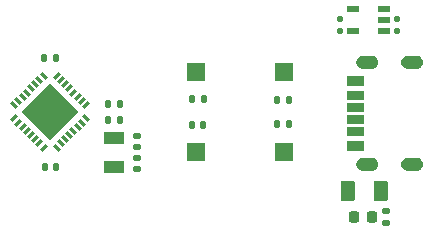
<source format=gtp>
%TF.GenerationSoftware,KiCad,Pcbnew,(6.0.10)*%
%TF.CreationDate,2023-01-11T19:54:21+08:00*%
%TF.ProjectId,UINIO-MCU-STM32L051K8,55494e49-4f2d-44d4-9355-2d53544d3332,Version 3.0.0*%
%TF.SameCoordinates,Original*%
%TF.FileFunction,Paste,Top*%
%TF.FilePolarity,Positive*%
%FSLAX46Y46*%
G04 Gerber Fmt 4.6, Leading zero omitted, Abs format (unit mm)*
G04 Created by KiCad (PCBNEW (6.0.10)) date 2023-01-11 19:54:21*
%MOMM*%
%LPD*%
G01*
G04 APERTURE LIST*
G04 Aperture macros list*
%AMRoundRect*
0 Rectangle with rounded corners*
0 $1 Rounding radius*
0 $2 $3 $4 $5 $6 $7 $8 $9 X,Y pos of 4 corners*
0 Add a 4 corners polygon primitive as box body*
4,1,4,$2,$3,$4,$5,$6,$7,$8,$9,$2,$3,0*
0 Add four circle primitives for the rounded corners*
1,1,$1+$1,$2,$3*
1,1,$1+$1,$4,$5*
1,1,$1+$1,$6,$7*
1,1,$1+$1,$8,$9*
0 Add four rect primitives between the rounded corners*
20,1,$1+$1,$2,$3,$4,$5,0*
20,1,$1+$1,$4,$5,$6,$7,0*
20,1,$1+$1,$6,$7,$8,$9,0*
20,1,$1+$1,$8,$9,$2,$3,0*%
%AMRotRect*
0 Rectangle, with rotation*
0 The origin of the aperture is its center*
0 $1 length*
0 $2 width*
0 $3 Rotation angle, in degrees counterclockwise*
0 Add horizontal line*
21,1,$1,$2,0,0,$3*%
G04 Aperture macros list end*
%ADD10C,0.120000*%
%ADD11RoundRect,0.127000X-0.127000X-0.127000X0.127000X-0.127000X0.127000X0.127000X-0.127000X0.127000X0*%
%ADD12RoundRect,0.135000X0.135000X0.185000X-0.135000X0.185000X-0.135000X-0.185000X0.135000X-0.185000X0*%
%ADD13RoundRect,0.140000X0.140000X0.170000X-0.140000X0.170000X-0.140000X-0.170000X0.140000X-0.170000X0*%
%ADD14RoundRect,0.250000X0.375000X0.625000X-0.375000X0.625000X-0.375000X-0.625000X0.375000X-0.625000X0*%
%ADD15RoundRect,0.140000X-0.140000X-0.170000X0.140000X-0.170000X0.140000X0.170000X-0.140000X0.170000X0*%
%ADD16RotRect,0.600000X0.300000X135.000000*%
%ADD17RotRect,0.600000X0.300000X225.000000*%
%ADD18RotRect,0.600000X0.300000X315.000000*%
%ADD19RotRect,0.600000X0.300000X45.000000*%
%ADD20RotRect,3.450000X3.450000X45.000000*%
%ADD21RoundRect,0.135000X0.185000X-0.135000X0.185000X0.135000X-0.185000X0.135000X-0.185000X-0.135000X0*%
%ADD22R,1.400000X0.700000*%
%ADD23R,1.400000X0.800000*%
%ADD24R,1.500000X1.500000*%
%ADD25RoundRect,0.218750X-0.218750X-0.256250X0.218750X-0.256250X0.218750X0.256250X-0.218750X0.256250X0*%
%ADD26RoundRect,0.140000X-0.170000X0.140000X-0.170000X-0.140000X0.170000X-0.140000X0.170000X0.140000X0*%
%ADD27RoundRect,0.140000X0.170000X-0.140000X0.170000X0.140000X-0.170000X0.140000X-0.170000X-0.140000X0*%
%ADD28R,1.800000X1.000000*%
%ADD29R,1.000000X0.600000*%
G04 APERTURE END LIST*
%TO.C,USB1*%
G36*
X174858000Y-103590000D02*
G01*
X174951000Y-103618000D01*
X175038000Y-103664000D01*
X175114000Y-103726000D01*
X175176000Y-103802000D01*
X175222000Y-103889000D01*
X175250000Y-103982000D01*
X175260000Y-104080000D01*
X175250000Y-104178000D01*
X175222000Y-104271000D01*
X175176000Y-104358000D01*
X175114000Y-104434000D01*
X175038000Y-104496000D01*
X174951000Y-104542000D01*
X174858000Y-104570000D01*
X174760000Y-104580000D01*
X173960000Y-104580000D01*
X173862000Y-104570000D01*
X173769000Y-104542000D01*
X173682000Y-104496000D01*
X173606000Y-104434000D01*
X173544000Y-104358000D01*
X173498000Y-104271000D01*
X173470000Y-104178000D01*
X173460000Y-104080000D01*
X173470000Y-103982000D01*
X173498000Y-103889000D01*
X173544000Y-103802000D01*
X173606000Y-103726000D01*
X173682000Y-103664000D01*
X173769000Y-103618000D01*
X173862000Y-103590000D01*
X173960000Y-103580000D01*
X174760000Y-103580000D01*
X174858000Y-103590000D01*
G37*
D10*
X174858000Y-103590000D02*
X174951000Y-103618000D01*
X175038000Y-103664000D01*
X175114000Y-103726000D01*
X175176000Y-103802000D01*
X175222000Y-103889000D01*
X175250000Y-103982000D01*
X175260000Y-104080000D01*
X175250000Y-104178000D01*
X175222000Y-104271000D01*
X175176000Y-104358000D01*
X175114000Y-104434000D01*
X175038000Y-104496000D01*
X174951000Y-104542000D01*
X174858000Y-104570000D01*
X174760000Y-104580000D01*
X173960000Y-104580000D01*
X173862000Y-104570000D01*
X173769000Y-104542000D01*
X173682000Y-104496000D01*
X173606000Y-104434000D01*
X173544000Y-104358000D01*
X173498000Y-104271000D01*
X173470000Y-104178000D01*
X173460000Y-104080000D01*
X173470000Y-103982000D01*
X173498000Y-103889000D01*
X173544000Y-103802000D01*
X173606000Y-103726000D01*
X173682000Y-103664000D01*
X173769000Y-103618000D01*
X173862000Y-103590000D01*
X173960000Y-103580000D01*
X174760000Y-103580000D01*
X174858000Y-103590000D01*
G36*
X170260000Y-97410000D02*
G01*
X168860000Y-97410000D01*
X168860000Y-96610000D01*
X170260000Y-96610000D01*
X170260000Y-97410000D01*
G37*
X170260000Y-97410000D02*
X168860000Y-97410000D01*
X168860000Y-96610000D01*
X170260000Y-96610000D01*
X170260000Y-97410000D01*
G36*
X171057000Y-103590000D02*
G01*
X171151000Y-103618000D01*
X171238000Y-103664000D01*
X171313000Y-103726000D01*
X171376000Y-103802000D01*
X171422000Y-103889000D01*
X171450000Y-103982000D01*
X171460000Y-104080000D01*
X171450000Y-104178000D01*
X171422000Y-104271000D01*
X171376000Y-104358000D01*
X171313000Y-104434000D01*
X171238000Y-104496000D01*
X171151000Y-104542000D01*
X171057000Y-104570000D01*
X170960000Y-104580000D01*
X170160000Y-104580000D01*
X170062000Y-104570000D01*
X169969000Y-104542000D01*
X169882000Y-104496000D01*
X169806000Y-104434000D01*
X169744000Y-104358000D01*
X169698000Y-104271000D01*
X169669000Y-104178000D01*
X169660000Y-104080000D01*
X169669000Y-103982000D01*
X169698000Y-103889000D01*
X169744000Y-103802000D01*
X169806000Y-103726000D01*
X169882000Y-103664000D01*
X169969000Y-103618000D01*
X170062000Y-103590000D01*
X170160000Y-103580000D01*
X170960000Y-103580000D01*
X171057000Y-103590000D01*
G37*
X171057000Y-103590000D02*
X171151000Y-103618000D01*
X171238000Y-103664000D01*
X171313000Y-103726000D01*
X171376000Y-103802000D01*
X171422000Y-103889000D01*
X171450000Y-103982000D01*
X171460000Y-104080000D01*
X171450000Y-104178000D01*
X171422000Y-104271000D01*
X171376000Y-104358000D01*
X171313000Y-104434000D01*
X171238000Y-104496000D01*
X171151000Y-104542000D01*
X171057000Y-104570000D01*
X170960000Y-104580000D01*
X170160000Y-104580000D01*
X170062000Y-104570000D01*
X169969000Y-104542000D01*
X169882000Y-104496000D01*
X169806000Y-104434000D01*
X169744000Y-104358000D01*
X169698000Y-104271000D01*
X169669000Y-104178000D01*
X169660000Y-104080000D01*
X169669000Y-103982000D01*
X169698000Y-103889000D01*
X169744000Y-103802000D01*
X169806000Y-103726000D01*
X169882000Y-103664000D01*
X169969000Y-103618000D01*
X170062000Y-103590000D01*
X170160000Y-103580000D01*
X170960000Y-103580000D01*
X171057000Y-103590000D01*
G36*
X171057000Y-94950000D02*
G01*
X171151000Y-94978000D01*
X171238000Y-95024000D01*
X171313000Y-95086000D01*
X171376000Y-95162000D01*
X171422000Y-95249000D01*
X171450000Y-95342000D01*
X171460000Y-95440000D01*
X171450000Y-95537000D01*
X171422000Y-95631000D01*
X171376000Y-95718000D01*
X171313000Y-95793000D01*
X171238000Y-95856000D01*
X171151000Y-95902000D01*
X171057000Y-95930000D01*
X170960000Y-95940000D01*
X170160000Y-95940000D01*
X170062000Y-95930000D01*
X169969000Y-95902000D01*
X169882000Y-95856000D01*
X169806000Y-95793000D01*
X169744000Y-95718000D01*
X169698000Y-95631000D01*
X169669000Y-95537000D01*
X169660000Y-95440000D01*
X169669000Y-95342000D01*
X169698000Y-95249000D01*
X169744000Y-95162000D01*
X169806000Y-95086000D01*
X169882000Y-95024000D01*
X169969000Y-94978000D01*
X170062000Y-94950000D01*
X170160000Y-94940000D01*
X170960000Y-94940000D01*
X171057000Y-94950000D01*
G37*
X171057000Y-94950000D02*
X171151000Y-94978000D01*
X171238000Y-95024000D01*
X171313000Y-95086000D01*
X171376000Y-95162000D01*
X171422000Y-95249000D01*
X171450000Y-95342000D01*
X171460000Y-95440000D01*
X171450000Y-95537000D01*
X171422000Y-95631000D01*
X171376000Y-95718000D01*
X171313000Y-95793000D01*
X171238000Y-95856000D01*
X171151000Y-95902000D01*
X171057000Y-95930000D01*
X170960000Y-95940000D01*
X170160000Y-95940000D01*
X170062000Y-95930000D01*
X169969000Y-95902000D01*
X169882000Y-95856000D01*
X169806000Y-95793000D01*
X169744000Y-95718000D01*
X169698000Y-95631000D01*
X169669000Y-95537000D01*
X169660000Y-95440000D01*
X169669000Y-95342000D01*
X169698000Y-95249000D01*
X169744000Y-95162000D01*
X169806000Y-95086000D01*
X169882000Y-95024000D01*
X169969000Y-94978000D01*
X170062000Y-94950000D01*
X170160000Y-94940000D01*
X170960000Y-94940000D01*
X171057000Y-94950000D01*
G36*
X170260000Y-100610000D02*
G01*
X168860000Y-100610000D01*
X168860000Y-99910000D01*
X170260000Y-99910000D01*
X170260000Y-100610000D01*
G37*
X170260000Y-100610000D02*
X168860000Y-100610000D01*
X168860000Y-99910000D01*
X170260000Y-99910000D01*
X170260000Y-100610000D01*
G36*
X170260000Y-99610000D02*
G01*
X168860000Y-99610000D01*
X168860000Y-98910000D01*
X170260000Y-98910000D01*
X170260000Y-99610000D01*
G37*
X170260000Y-99610000D02*
X168860000Y-99610000D01*
X168860000Y-98910000D01*
X170260000Y-98910000D01*
X170260000Y-99610000D01*
G36*
X174858000Y-94950000D02*
G01*
X174951000Y-94978000D01*
X175038000Y-95024000D01*
X175114000Y-95086000D01*
X175176000Y-95162000D01*
X175222000Y-95249000D01*
X175250000Y-95342000D01*
X175260000Y-95440000D01*
X175250000Y-95537000D01*
X175222000Y-95631000D01*
X175176000Y-95718000D01*
X175114000Y-95793000D01*
X175038000Y-95856000D01*
X174951000Y-95902000D01*
X174858000Y-95930000D01*
X174760000Y-95940000D01*
X173960000Y-95940000D01*
X173862000Y-95930000D01*
X173769000Y-95902000D01*
X173682000Y-95856000D01*
X173606000Y-95793000D01*
X173544000Y-95718000D01*
X173498000Y-95631000D01*
X173470000Y-95537000D01*
X173460000Y-95440000D01*
X173470000Y-95342000D01*
X173498000Y-95249000D01*
X173544000Y-95162000D01*
X173606000Y-95086000D01*
X173682000Y-95024000D01*
X173769000Y-94978000D01*
X173862000Y-94950000D01*
X173960000Y-94940000D01*
X174760000Y-94940000D01*
X174858000Y-94950000D01*
G37*
X174858000Y-94950000D02*
X174951000Y-94978000D01*
X175038000Y-95024000D01*
X175114000Y-95086000D01*
X175176000Y-95162000D01*
X175222000Y-95249000D01*
X175250000Y-95342000D01*
X175260000Y-95440000D01*
X175250000Y-95537000D01*
X175222000Y-95631000D01*
X175176000Y-95718000D01*
X175114000Y-95793000D01*
X175038000Y-95856000D01*
X174951000Y-95902000D01*
X174858000Y-95930000D01*
X174760000Y-95940000D01*
X173960000Y-95940000D01*
X173862000Y-95930000D01*
X173769000Y-95902000D01*
X173682000Y-95856000D01*
X173606000Y-95793000D01*
X173544000Y-95718000D01*
X173498000Y-95631000D01*
X173470000Y-95537000D01*
X173460000Y-95440000D01*
X173470000Y-95342000D01*
X173498000Y-95249000D01*
X173544000Y-95162000D01*
X173606000Y-95086000D01*
X173682000Y-95024000D01*
X173769000Y-94978000D01*
X173862000Y-94950000D01*
X173960000Y-94940000D01*
X174760000Y-94940000D01*
X174858000Y-94950000D01*
G36*
X170260000Y-102910000D02*
G01*
X168860000Y-102910000D01*
X168860000Y-102110000D01*
X170260000Y-102110000D01*
X170260000Y-102910000D01*
G37*
X170260000Y-102910000D02*
X168860000Y-102910000D01*
X168860000Y-102110000D01*
X170260000Y-102110000D01*
X170260000Y-102910000D01*
G36*
X170260000Y-98590000D02*
G01*
X168860000Y-98590000D01*
X168860000Y-97890000D01*
X170260000Y-97890000D01*
X170260000Y-98590000D01*
G37*
X170260000Y-98590000D02*
X168860000Y-98590000D01*
X168860000Y-97890000D01*
X170260000Y-97890000D01*
X170260000Y-98590000D01*
G36*
X170260000Y-101630000D02*
G01*
X168860000Y-101630000D01*
X168860000Y-100930000D01*
X170260000Y-100930000D01*
X170260000Y-101630000D01*
G37*
X170260000Y-101630000D02*
X168860000Y-101630000D01*
X168860000Y-100930000D01*
X170260000Y-100930000D01*
X170260000Y-101630000D01*
%TD*%
D11*
%TO.C,C2*%
X168300000Y-91852000D03*
X168300000Y-92868000D03*
%TD*%
%TO.C,C1*%
X173090000Y-91852000D03*
X173090000Y-92868000D03*
%TD*%
D12*
%TO.C,R3*%
X163970000Y-100740000D03*
X162950000Y-100740000D03*
%TD*%
D13*
%TO.C,C5*%
X156750000Y-98620000D03*
X155790000Y-98620000D03*
%TD*%
D14*
%TO.C,F1*%
X171800000Y-106370000D03*
X169000000Y-106370000D03*
%TD*%
D15*
%TO.C,C4*%
X143277147Y-95098606D03*
X144237147Y-95098606D03*
%TD*%
D16*
%TO.C,U3*%
X144315761Y-102704819D03*
X144669315Y-102351266D03*
X145022868Y-101997712D03*
X145376422Y-101644159D03*
X145729975Y-101290606D03*
X146083528Y-100937052D03*
X146437082Y-100583499D03*
X146790635Y-100229945D03*
D17*
X146790635Y-99112717D03*
X146437082Y-98759163D03*
X146083528Y-98405610D03*
X145729975Y-98052056D03*
X145376422Y-97698503D03*
X145022868Y-97344950D03*
X144669315Y-96991396D03*
X144315761Y-96637843D03*
D18*
X143198533Y-96637843D03*
X142844979Y-96991396D03*
X142491426Y-97344950D03*
X142137872Y-97698503D03*
X141784319Y-98052056D03*
X141430766Y-98405610D03*
X141077212Y-98759163D03*
X140723659Y-99112717D03*
D19*
X140723659Y-100229945D03*
X141077212Y-100583499D03*
X141430766Y-100937052D03*
X141784319Y-101290606D03*
X142137872Y-101644159D03*
X142491426Y-101997712D03*
X142844979Y-102351266D03*
X143198533Y-102704819D03*
D20*
X143757147Y-99671331D03*
%TD*%
D21*
%TO.C,R1*%
X172200000Y-109110000D03*
X172200000Y-108090000D03*
%TD*%
D13*
%TO.C,C8*%
X149640000Y-99010000D03*
X148680000Y-99010000D03*
%TD*%
D15*
%TO.C,C7*%
X143287147Y-104358606D03*
X144247147Y-104358606D03*
%TD*%
D22*
%TO.C,USB1*%
X169560000Y-100260000D03*
X169560000Y-98240000D03*
D23*
X169560000Y-97010000D03*
D22*
X169560000Y-99260000D03*
X169560000Y-101280000D03*
D23*
X169560000Y-102510000D03*
%TD*%
D15*
%TO.C,C9*%
X155780000Y-100750000D03*
X156740000Y-100750000D03*
%TD*%
D24*
%TO.C,SW2*%
X163530000Y-103090000D03*
X156130000Y-103090000D03*
%TD*%
D12*
%TO.C,R2*%
X163980000Y-98660000D03*
X162960000Y-98660000D03*
%TD*%
D25*
%TO.C,D1*%
X169457500Y-108620000D03*
X171032500Y-108620000D03*
%TD*%
D13*
%TO.C,C6*%
X149640000Y-100360000D03*
X148680000Y-100360000D03*
%TD*%
D26*
%TO.C,C11*%
X151130000Y-101680000D03*
X151130000Y-102640000D03*
%TD*%
D27*
%TO.C,C10*%
X151130000Y-104520000D03*
X151130000Y-103560000D03*
%TD*%
D28*
%TO.C,Y1*%
X149140000Y-101870000D03*
X149140000Y-104370000D03*
%TD*%
D24*
%TO.C,SW1*%
X163550000Y-96330000D03*
X156150000Y-96330000D03*
%TD*%
D29*
%TO.C,U1*%
X172000000Y-92830000D03*
X172000000Y-91880000D03*
X172000000Y-90930000D03*
X169400000Y-90930000D03*
X169400000Y-92830000D03*
%TD*%
M02*

</source>
